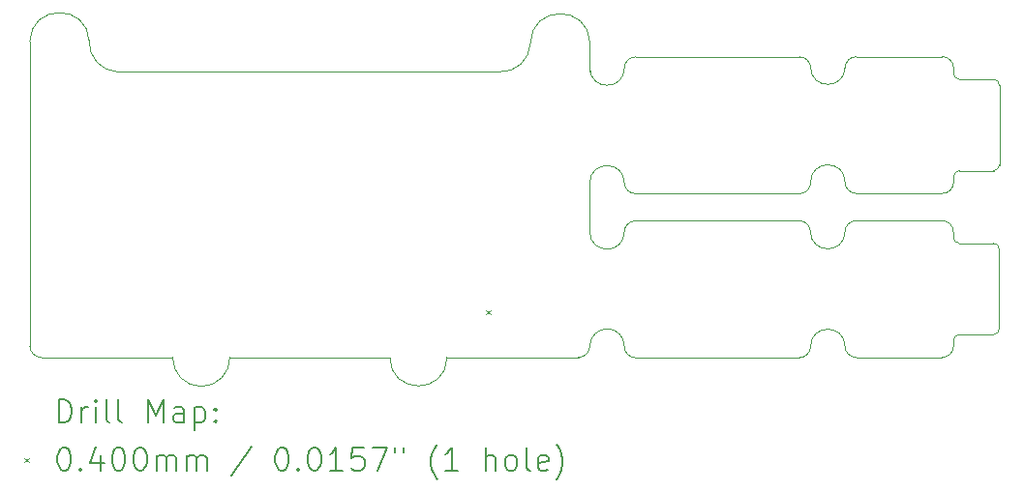
<source format=gbr>
%FSLAX45Y45*%
G04 Gerber Fmt 4.5, Leading zero omitted, Abs format (unit mm)*
G04 Created by KiCad (PCBNEW (6.0.4)) date 2023-03-26 23:07:18*
%MOMM*%
%LPD*%
G01*
G04 APERTURE LIST*
%TA.AperFunction,Profile*%
%ADD10C,0.100000*%
%TD*%
%ADD11C,0.200000*%
%ADD12C,0.040000*%
G04 APERTURE END LIST*
D10*
X24890562Y-14535859D02*
X24890562Y-14585859D01*
X24890916Y-13635504D02*
G75*
G03*
X24940917Y-13685504I50004J4D01*
G01*
X23541500Y-13252000D02*
X22111500Y-13252000D01*
X21709997Y-12150000D02*
G75*
G03*
X22011500Y-12152000I150753J-760D01*
G01*
X24042377Y-12050377D02*
G75*
G03*
X23942377Y-12150377I3J-100003D01*
G01*
X24889850Y-13586570D02*
G75*
G03*
X24789851Y-13486570I-100000J0D01*
G01*
X24790562Y-14685859D02*
X24040562Y-14685859D01*
X23541500Y-13252000D02*
G75*
G03*
X23641500Y-13152000I0J100000D01*
G01*
X25240562Y-14485152D02*
G75*
G03*
X25290562Y-14435149I-2J50002D01*
G01*
X24890955Y-12150377D02*
X24892732Y-12200022D01*
X24042377Y-12050377D02*
X24790955Y-12050377D01*
X24942377Y-13050377D02*
G75*
G03*
X24892377Y-13100377I3J-50003D01*
G01*
X24890953Y-12150377D02*
G75*
G03*
X24790955Y-12050377I-99993J7D01*
G01*
X23941664Y-13149666D02*
G75*
G03*
X24041666Y-13249666I100006J6D01*
G01*
X23941750Y-13148250D02*
G75*
G03*
X23641750Y-13148250I-150000J0D01*
G01*
X24892738Y-12200022D02*
G75*
G03*
X24942732Y-12250022I50002J2D01*
G01*
X25242022Y-13050022D02*
X24942377Y-13050377D01*
X24889851Y-13586570D02*
X24890917Y-13635504D01*
X24791666Y-13249666D02*
X24041666Y-13249666D01*
X23640750Y-13588250D02*
G75*
G03*
X23540750Y-13488250I-100000J0D01*
G01*
X25240562Y-14485149D02*
X24940562Y-14485859D01*
X22011500Y-13152000D02*
G75*
G03*
X22111500Y-13252000I100000J0D01*
G01*
X17584310Y-12185014D02*
X20910430Y-12184310D01*
X22010745Y-14588250D02*
G75*
G03*
X21710000Y-14585000I-150355J3250D01*
G01*
X24790562Y-14685862D02*
G75*
G03*
X24890562Y-14585859I-2J100002D01*
G01*
X16810000Y-12185000D02*
X16810711Y-14585289D01*
X24892377Y-13100377D02*
X24891666Y-13149666D01*
X25242022Y-13050022D02*
G75*
G03*
X25292022Y-13000022I-2J50002D01*
G01*
X24791666Y-13249666D02*
G75*
G03*
X24891666Y-13149666I4J99996D01*
G01*
X16810711Y-14585289D02*
G75*
G03*
X16910711Y-14685289I99999J-1D01*
G01*
X23641000Y-12144000D02*
G75*
G03*
X23941000Y-12144000I150000J0D01*
G01*
X21610000Y-14685000D02*
G75*
G03*
X21710000Y-14585000I0J100000D01*
G01*
X21710000Y-12185000D02*
X21710000Y-11930000D01*
X24041273Y-13486573D02*
G75*
G03*
X23941273Y-13586570I-3J-99997D01*
G01*
X18559998Y-14685102D02*
X19960000Y-14685000D01*
X22111500Y-12052000D02*
G75*
G03*
X22011500Y-12152000I0J-100000D01*
G01*
X24942732Y-12250022D02*
X25242022Y-12250732D01*
X23641500Y-12152000D02*
G75*
G03*
X23541500Y-12052000I-100000J0D01*
G01*
X23540750Y-14688250D02*
X22110750Y-14688250D01*
X20460000Y-14685000D02*
X21610000Y-14685000D01*
X24940917Y-13685504D02*
X25240562Y-13685859D01*
X25290562Y-13735859D02*
X25290562Y-14435149D01*
X25292028Y-12300732D02*
G75*
G03*
X25242022Y-12250732I-50008J-8D01*
G01*
X21710000Y-11930000D02*
G75*
G03*
X21190000Y-11930000I-260000J-5000D01*
G01*
X23640005Y-13584000D02*
G75*
G03*
X23941273Y-13586570I150645J0D01*
G01*
X21710000Y-13587000D02*
G75*
G03*
X22010000Y-13587000I150000J0D01*
G01*
X16910711Y-14685289D02*
X18060000Y-14685000D01*
X23940561Y-14585859D02*
G75*
G03*
X24040562Y-14685859I99999J-1D01*
G01*
X22110750Y-13488250D02*
X23540750Y-13488250D01*
X22110750Y-13488250D02*
G75*
G03*
X22010750Y-13588250I0J-100000D01*
G01*
X25292022Y-12300732D02*
X25292022Y-13000022D01*
X22111500Y-12052000D02*
X23541500Y-12052000D01*
X21710000Y-13155000D02*
X21710000Y-13587000D01*
X25290561Y-13735859D02*
G75*
G03*
X25240562Y-13685859I-50001J-1D01*
G01*
X19960000Y-14685000D02*
G75*
G03*
X20460000Y-14685000I250000J0D01*
G01*
X17330006Y-11905444D02*
G75*
G03*
X17584310Y-12185014I259304J-19576D01*
G01*
X17330000Y-11920000D02*
G75*
G03*
X16810000Y-11920000I-260000J-5000D01*
G01*
X24940562Y-14485862D02*
G75*
G03*
X24890562Y-14535859I-2J-49998D01*
G01*
X20910430Y-12184311D02*
G75*
G03*
X21190000Y-11930000I19570J259311D01*
G01*
X22010000Y-13155000D02*
G75*
G03*
X21710000Y-13155000I-150000J0D01*
G01*
X23940750Y-14588250D02*
G75*
G03*
X23640750Y-14588250I-150000J0D01*
G01*
X24041273Y-13486570D02*
X24789851Y-13486570D01*
X22010750Y-14588250D02*
G75*
G03*
X22110750Y-14688250I100000J0D01*
G01*
X23540750Y-14688250D02*
G75*
G03*
X23640750Y-14588250I0J100000D01*
G01*
X16810000Y-12185000D02*
X16810000Y-11920000D01*
X18060004Y-14685000D02*
G75*
G03*
X18559998Y-14685102I249996J-5100D01*
G01*
D11*
D12*
X20800000Y-14270000D02*
X20840000Y-14310000D01*
X20840000Y-14270000D02*
X20800000Y-14310000D01*
D11*
X17062619Y-15255624D02*
X17062619Y-15055624D01*
X17110238Y-15055624D01*
X17138810Y-15065148D01*
X17157857Y-15084195D01*
X17167381Y-15103243D01*
X17176905Y-15141338D01*
X17176905Y-15169910D01*
X17167381Y-15208005D01*
X17157857Y-15227052D01*
X17138810Y-15246100D01*
X17110238Y-15255624D01*
X17062619Y-15255624D01*
X17262619Y-15255624D02*
X17262619Y-15122290D01*
X17262619Y-15160386D02*
X17272143Y-15141338D01*
X17281667Y-15131814D01*
X17300714Y-15122290D01*
X17319762Y-15122290D01*
X17386429Y-15255624D02*
X17386429Y-15122290D01*
X17386429Y-15055624D02*
X17376905Y-15065148D01*
X17386429Y-15074671D01*
X17395952Y-15065148D01*
X17386429Y-15055624D01*
X17386429Y-15074671D01*
X17510238Y-15255624D02*
X17491190Y-15246100D01*
X17481667Y-15227052D01*
X17481667Y-15055624D01*
X17615000Y-15255624D02*
X17595952Y-15246100D01*
X17586429Y-15227052D01*
X17586429Y-15055624D01*
X17843571Y-15255624D02*
X17843571Y-15055624D01*
X17910238Y-15198481D01*
X17976905Y-15055624D01*
X17976905Y-15255624D01*
X18157857Y-15255624D02*
X18157857Y-15150862D01*
X18148333Y-15131814D01*
X18129286Y-15122290D01*
X18091190Y-15122290D01*
X18072143Y-15131814D01*
X18157857Y-15246100D02*
X18138810Y-15255624D01*
X18091190Y-15255624D01*
X18072143Y-15246100D01*
X18062619Y-15227052D01*
X18062619Y-15208005D01*
X18072143Y-15188957D01*
X18091190Y-15179433D01*
X18138810Y-15179433D01*
X18157857Y-15169910D01*
X18253095Y-15122290D02*
X18253095Y-15322290D01*
X18253095Y-15131814D02*
X18272143Y-15122290D01*
X18310238Y-15122290D01*
X18329286Y-15131814D01*
X18338810Y-15141338D01*
X18348333Y-15160386D01*
X18348333Y-15217529D01*
X18338810Y-15236576D01*
X18329286Y-15246100D01*
X18310238Y-15255624D01*
X18272143Y-15255624D01*
X18253095Y-15246100D01*
X18434048Y-15236576D02*
X18443571Y-15246100D01*
X18434048Y-15255624D01*
X18424524Y-15246100D01*
X18434048Y-15236576D01*
X18434048Y-15255624D01*
X18434048Y-15131814D02*
X18443571Y-15141338D01*
X18434048Y-15150862D01*
X18424524Y-15141338D01*
X18434048Y-15131814D01*
X18434048Y-15150862D01*
D12*
X16765000Y-15565148D02*
X16805000Y-15605148D01*
X16805000Y-15565148D02*
X16765000Y-15605148D01*
D11*
X17100714Y-15475624D02*
X17119762Y-15475624D01*
X17138810Y-15485148D01*
X17148333Y-15494671D01*
X17157857Y-15513719D01*
X17167381Y-15551814D01*
X17167381Y-15599433D01*
X17157857Y-15637529D01*
X17148333Y-15656576D01*
X17138810Y-15666100D01*
X17119762Y-15675624D01*
X17100714Y-15675624D01*
X17081667Y-15666100D01*
X17072143Y-15656576D01*
X17062619Y-15637529D01*
X17053095Y-15599433D01*
X17053095Y-15551814D01*
X17062619Y-15513719D01*
X17072143Y-15494671D01*
X17081667Y-15485148D01*
X17100714Y-15475624D01*
X17253095Y-15656576D02*
X17262619Y-15666100D01*
X17253095Y-15675624D01*
X17243571Y-15666100D01*
X17253095Y-15656576D01*
X17253095Y-15675624D01*
X17434048Y-15542290D02*
X17434048Y-15675624D01*
X17386429Y-15466100D02*
X17338810Y-15608957D01*
X17462619Y-15608957D01*
X17576905Y-15475624D02*
X17595952Y-15475624D01*
X17615000Y-15485148D01*
X17624524Y-15494671D01*
X17634048Y-15513719D01*
X17643571Y-15551814D01*
X17643571Y-15599433D01*
X17634048Y-15637529D01*
X17624524Y-15656576D01*
X17615000Y-15666100D01*
X17595952Y-15675624D01*
X17576905Y-15675624D01*
X17557857Y-15666100D01*
X17548333Y-15656576D01*
X17538810Y-15637529D01*
X17529286Y-15599433D01*
X17529286Y-15551814D01*
X17538810Y-15513719D01*
X17548333Y-15494671D01*
X17557857Y-15485148D01*
X17576905Y-15475624D01*
X17767381Y-15475624D02*
X17786429Y-15475624D01*
X17805476Y-15485148D01*
X17815000Y-15494671D01*
X17824524Y-15513719D01*
X17834048Y-15551814D01*
X17834048Y-15599433D01*
X17824524Y-15637529D01*
X17815000Y-15656576D01*
X17805476Y-15666100D01*
X17786429Y-15675624D01*
X17767381Y-15675624D01*
X17748333Y-15666100D01*
X17738810Y-15656576D01*
X17729286Y-15637529D01*
X17719762Y-15599433D01*
X17719762Y-15551814D01*
X17729286Y-15513719D01*
X17738810Y-15494671D01*
X17748333Y-15485148D01*
X17767381Y-15475624D01*
X17919762Y-15675624D02*
X17919762Y-15542290D01*
X17919762Y-15561338D02*
X17929286Y-15551814D01*
X17948333Y-15542290D01*
X17976905Y-15542290D01*
X17995952Y-15551814D01*
X18005476Y-15570862D01*
X18005476Y-15675624D01*
X18005476Y-15570862D02*
X18015000Y-15551814D01*
X18034048Y-15542290D01*
X18062619Y-15542290D01*
X18081667Y-15551814D01*
X18091190Y-15570862D01*
X18091190Y-15675624D01*
X18186429Y-15675624D02*
X18186429Y-15542290D01*
X18186429Y-15561338D02*
X18195952Y-15551814D01*
X18215000Y-15542290D01*
X18243571Y-15542290D01*
X18262619Y-15551814D01*
X18272143Y-15570862D01*
X18272143Y-15675624D01*
X18272143Y-15570862D02*
X18281667Y-15551814D01*
X18300714Y-15542290D01*
X18329286Y-15542290D01*
X18348333Y-15551814D01*
X18357857Y-15570862D01*
X18357857Y-15675624D01*
X18748333Y-15466100D02*
X18576905Y-15723243D01*
X19005476Y-15475624D02*
X19024524Y-15475624D01*
X19043571Y-15485148D01*
X19053095Y-15494671D01*
X19062619Y-15513719D01*
X19072143Y-15551814D01*
X19072143Y-15599433D01*
X19062619Y-15637529D01*
X19053095Y-15656576D01*
X19043571Y-15666100D01*
X19024524Y-15675624D01*
X19005476Y-15675624D01*
X18986429Y-15666100D01*
X18976905Y-15656576D01*
X18967381Y-15637529D01*
X18957857Y-15599433D01*
X18957857Y-15551814D01*
X18967381Y-15513719D01*
X18976905Y-15494671D01*
X18986429Y-15485148D01*
X19005476Y-15475624D01*
X19157857Y-15656576D02*
X19167381Y-15666100D01*
X19157857Y-15675624D01*
X19148333Y-15666100D01*
X19157857Y-15656576D01*
X19157857Y-15675624D01*
X19291190Y-15475624D02*
X19310238Y-15475624D01*
X19329286Y-15485148D01*
X19338810Y-15494671D01*
X19348333Y-15513719D01*
X19357857Y-15551814D01*
X19357857Y-15599433D01*
X19348333Y-15637529D01*
X19338810Y-15656576D01*
X19329286Y-15666100D01*
X19310238Y-15675624D01*
X19291190Y-15675624D01*
X19272143Y-15666100D01*
X19262619Y-15656576D01*
X19253095Y-15637529D01*
X19243571Y-15599433D01*
X19243571Y-15551814D01*
X19253095Y-15513719D01*
X19262619Y-15494671D01*
X19272143Y-15485148D01*
X19291190Y-15475624D01*
X19548333Y-15675624D02*
X19434048Y-15675624D01*
X19491190Y-15675624D02*
X19491190Y-15475624D01*
X19472143Y-15504195D01*
X19453095Y-15523243D01*
X19434048Y-15532767D01*
X19729286Y-15475624D02*
X19634048Y-15475624D01*
X19624524Y-15570862D01*
X19634048Y-15561338D01*
X19653095Y-15551814D01*
X19700714Y-15551814D01*
X19719762Y-15561338D01*
X19729286Y-15570862D01*
X19738810Y-15589910D01*
X19738810Y-15637529D01*
X19729286Y-15656576D01*
X19719762Y-15666100D01*
X19700714Y-15675624D01*
X19653095Y-15675624D01*
X19634048Y-15666100D01*
X19624524Y-15656576D01*
X19805476Y-15475624D02*
X19938810Y-15475624D01*
X19853095Y-15675624D01*
X20005476Y-15475624D02*
X20005476Y-15513719D01*
X20081667Y-15475624D02*
X20081667Y-15513719D01*
X20376905Y-15751814D02*
X20367381Y-15742290D01*
X20348333Y-15713719D01*
X20338810Y-15694671D01*
X20329286Y-15666100D01*
X20319762Y-15618481D01*
X20319762Y-15580386D01*
X20329286Y-15532767D01*
X20338810Y-15504195D01*
X20348333Y-15485148D01*
X20367381Y-15456576D01*
X20376905Y-15447052D01*
X20557857Y-15675624D02*
X20443571Y-15675624D01*
X20500714Y-15675624D02*
X20500714Y-15475624D01*
X20481667Y-15504195D01*
X20462619Y-15523243D01*
X20443571Y-15532767D01*
X20795952Y-15675624D02*
X20795952Y-15475624D01*
X20881667Y-15675624D02*
X20881667Y-15570862D01*
X20872143Y-15551814D01*
X20853095Y-15542290D01*
X20824524Y-15542290D01*
X20805476Y-15551814D01*
X20795952Y-15561338D01*
X21005476Y-15675624D02*
X20986429Y-15666100D01*
X20976905Y-15656576D01*
X20967381Y-15637529D01*
X20967381Y-15580386D01*
X20976905Y-15561338D01*
X20986429Y-15551814D01*
X21005476Y-15542290D01*
X21034048Y-15542290D01*
X21053095Y-15551814D01*
X21062619Y-15561338D01*
X21072143Y-15580386D01*
X21072143Y-15637529D01*
X21062619Y-15656576D01*
X21053095Y-15666100D01*
X21034048Y-15675624D01*
X21005476Y-15675624D01*
X21186429Y-15675624D02*
X21167381Y-15666100D01*
X21157857Y-15647052D01*
X21157857Y-15475624D01*
X21338810Y-15666100D02*
X21319762Y-15675624D01*
X21281667Y-15675624D01*
X21262619Y-15666100D01*
X21253095Y-15647052D01*
X21253095Y-15570862D01*
X21262619Y-15551814D01*
X21281667Y-15542290D01*
X21319762Y-15542290D01*
X21338810Y-15551814D01*
X21348333Y-15570862D01*
X21348333Y-15589910D01*
X21253095Y-15608957D01*
X21415000Y-15751814D02*
X21424524Y-15742290D01*
X21443571Y-15713719D01*
X21453095Y-15694671D01*
X21462619Y-15666100D01*
X21472143Y-15618481D01*
X21472143Y-15580386D01*
X21462619Y-15532767D01*
X21453095Y-15504195D01*
X21443571Y-15485148D01*
X21424524Y-15456576D01*
X21415000Y-15447052D01*
M02*

</source>
